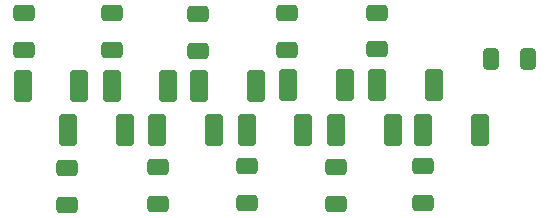
<source format=gbr>
%TF.GenerationSoftware,KiCad,Pcbnew,8.0.2*%
%TF.CreationDate,2024-06-27T01:43:15-06:00*%
%TF.ProjectId,2024_NE555_ChargePump_Expansion,32303234-5f4e-4453-9535-355f43686172,rev?*%
%TF.SameCoordinates,Original*%
%TF.FileFunction,Paste,Top*%
%TF.FilePolarity,Positive*%
%FSLAX46Y46*%
G04 Gerber Fmt 4.6, Leading zero omitted, Abs format (unit mm)*
G04 Created by KiCad (PCBNEW 8.0.2) date 2024-06-27 01:43:15*
%MOMM*%
%LPD*%
G01*
G04 APERTURE LIST*
G04 Aperture macros list*
%AMRoundRect*
0 Rectangle with rounded corners*
0 $1 Rounding radius*
0 $2 $3 $4 $5 $6 $7 $8 $9 X,Y pos of 4 corners*
0 Add a 4 corners polygon primitive as box body*
4,1,4,$2,$3,$4,$5,$6,$7,$8,$9,$2,$3,0*
0 Add four circle primitives for the rounded corners*
1,1,$1+$1,$2,$3*
1,1,$1+$1,$4,$5*
1,1,$1+$1,$6,$7*
1,1,$1+$1,$8,$9*
0 Add four rect primitives between the rounded corners*
20,1,$1+$1,$2,$3,$4,$5,0*
20,1,$1+$1,$4,$5,$6,$7,0*
20,1,$1+$1,$6,$7,$8,$9,0*
20,1,$1+$1,$8,$9,$2,$3,0*%
G04 Aperture macros list end*
%ADD10RoundRect,0.250000X0.500000X1.100000X-0.500000X1.100000X-0.500000X-1.100000X0.500000X-1.100000X0*%
%ADD11RoundRect,0.250000X-0.650000X0.412500X-0.650000X-0.412500X0.650000X-0.412500X0.650000X0.412500X0*%
%ADD12RoundRect,0.250000X0.650000X-0.412500X0.650000X0.412500X-0.650000X0.412500X-0.650000X-0.412500X0*%
%ADD13RoundRect,0.250000X0.412500X0.650000X-0.412500X0.650000X-0.412500X-0.650000X0.412500X-0.650000X0*%
G04 APERTURE END LIST*
D10*
%TO.C,D4*%
X142938200Y-74015600D03*
X138138200Y-74015600D03*
%TD*%
D11*
%TO.C,C5*%
X138074400Y-77240600D03*
X138074400Y-80365600D03*
%TD*%
D12*
%TO.C,C9*%
X149148800Y-67323100D03*
X149148800Y-64198100D03*
%TD*%
D13*
%TO.C,C8*%
X177051100Y-68021200D03*
X173926100Y-68021200D03*
%TD*%
D11*
%TO.C,C14*%
X168173400Y-77075900D03*
X168173400Y-80200900D03*
%TD*%
D10*
%TO.C,D8*%
X158076600Y-74015600D03*
X153276600Y-74015600D03*
%TD*%
%TO.C,D6*%
X150495000Y-74015600D03*
X145695000Y-74015600D03*
%TD*%
D11*
%TO.C,C7*%
X145745200Y-77152100D03*
X145745200Y-80277100D03*
%TD*%
D10*
%TO.C,D11*%
X169100200Y-70205600D03*
X164300200Y-70205600D03*
%TD*%
%TO.C,D5*%
X146646600Y-70307200D03*
X141846600Y-70307200D03*
%TD*%
D12*
%TO.C,C6*%
X141833600Y-67246900D03*
X141833600Y-64121900D03*
%TD*%
D10*
%TO.C,D12*%
X173037200Y-74041000D03*
X168237200Y-74041000D03*
%TD*%
D12*
%TO.C,C11*%
X156718000Y-67208400D03*
X156718000Y-64083400D03*
%TD*%
D11*
%TO.C,C10*%
X153263600Y-77075900D03*
X153263600Y-80200900D03*
%TD*%
D10*
%TO.C,D7*%
X154038000Y-70332600D03*
X149238000Y-70332600D03*
%TD*%
D11*
%TO.C,C12*%
X160807400Y-77126700D03*
X160807400Y-80251700D03*
%TD*%
D10*
%TO.C,D3*%
X139115200Y-70307200D03*
X134315200Y-70307200D03*
%TD*%
%TO.C,D10*%
X165620400Y-74041000D03*
X160820400Y-74041000D03*
%TD*%
%TO.C,D9*%
X161581800Y-70205600D03*
X156781800Y-70205600D03*
%TD*%
D12*
%TO.C,C4*%
X134391400Y-67221500D03*
X134391400Y-64096500D03*
%TD*%
%TO.C,C13*%
X164287200Y-67196100D03*
X164287200Y-64071100D03*
%TD*%
M02*

</source>
